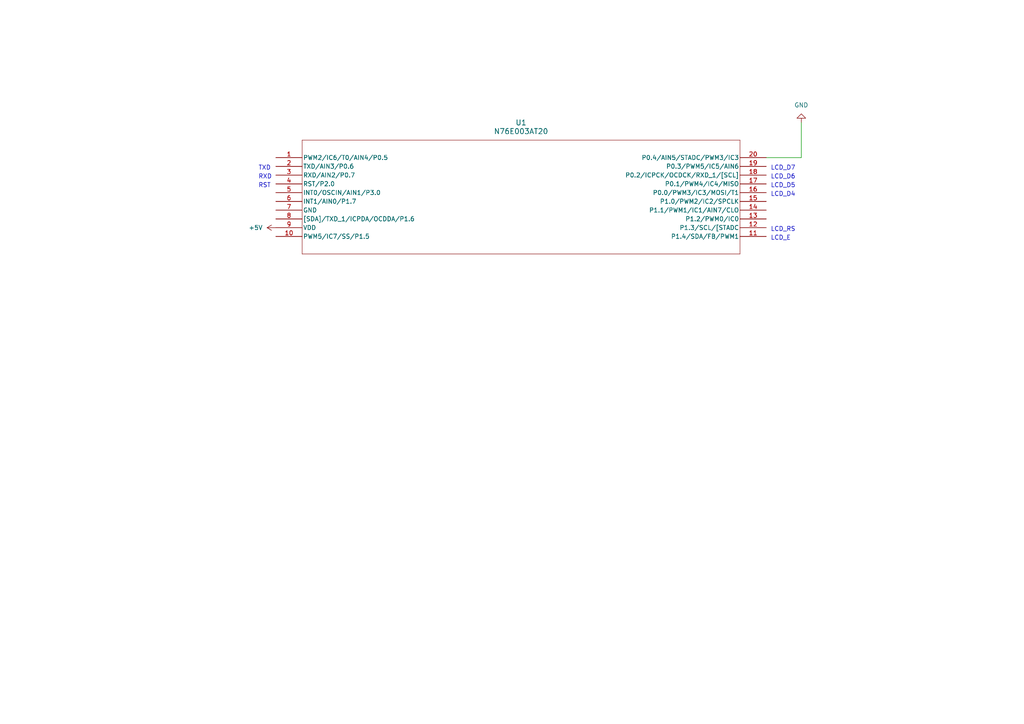
<source format=kicad_sch>
(kicad_sch (version 20230121) (generator eeschema)

  (uuid a87876bb-d8d4-44bf-8953-857cd4f785e7)

  (paper "A4")

  (lib_symbols
    (symbol "2024-02-08_23-03-43:N76E003AT20" (pin_names (offset 0.254)) (in_bom yes) (on_board yes)
      (property "Reference" "U" (at 71.12 10.16 0)
        (effects (font (size 1.524 1.524)))
      )
      (property "Value" "N76E003AT20" (at 71.12 7.62 0)
        (effects (font (size 1.524 1.524)))
      )
      (property "Footprint" "TSSOP20_N76E_NUV" (at 0 0 0)
        (effects (font (size 1.27 1.27) italic) hide)
      )
      (property "Datasheet" "N76E003AT20" (at 0 0 0)
        (effects (font (size 1.27 1.27) italic) hide)
      )
      (property "ki_locked" "" (at 0 0 0)
        (effects (font (size 1.27 1.27)))
      )
      (property "ki_keywords" "N76E003AT20" (at 0 0 0)
        (effects (font (size 1.27 1.27)) hide)
      )
      (property "ki_fp_filters" "TSSOP20_N76E_NUV TSSOP20_N76E_NUV-M TSSOP20_N76E_NUV-L" (at 0 0 0)
        (effects (font (size 1.27 1.27)) hide)
      )
      (symbol "N76E003AT20_0_1"
        (polyline
          (pts
            (xy 7.62 -27.94)
            (xy 134.62 -27.94)
          )
          (stroke (width 0.127) (type default))
          (fill (type none))
        )
        (polyline
          (pts
            (xy 7.62 5.08)
            (xy 7.62 -27.94)
          )
          (stroke (width 0.127) (type default))
          (fill (type none))
        )
        (polyline
          (pts
            (xy 134.62 -27.94)
            (xy 134.62 5.08)
          )
          (stroke (width 0.127) (type default))
          (fill (type none))
        )
        (polyline
          (pts
            (xy 134.62 5.08)
            (xy 7.62 5.08)
          )
          (stroke (width 0.127) (type default))
          (fill (type none))
        )
        (pin bidirectional line (at 0 0 0) (length 7.62)
          (name "PWM2/IC6/T0/AIN4/P0.5" (effects (font (size 1.27 1.27))))
          (number "1" (effects (font (size 1.27 1.27))))
        )
        (pin bidirectional line (at 0 -22.86 0) (length 7.62)
          (name "PWM5/IC7/SS/P1.5" (effects (font (size 1.27 1.27))))
          (number "10" (effects (font (size 1.27 1.27))))
        )
        (pin bidirectional line (at 142.24 -22.86 180) (length 7.62)
          (name "P1.4/SDA/FB/PWM1" (effects (font (size 1.27 1.27))))
          (number "11" (effects (font (size 1.27 1.27))))
        )
        (pin bidirectional line (at 142.24 -20.32 180) (length 7.62)
          (name "P1.3/SCL/[STADC" (effects (font (size 1.27 1.27))))
          (number "12" (effects (font (size 1.27 1.27))))
        )
        (pin bidirectional line (at 142.24 -17.78 180) (length 7.62)
          (name "P1.2/PWM0/IC0" (effects (font (size 1.27 1.27))))
          (number "13" (effects (font (size 1.27 1.27))))
        )
        (pin bidirectional line (at 142.24 -15.24 180) (length 7.62)
          (name "P1.1/PWM1/IC1/AIN7/CLO" (effects (font (size 1.27 1.27))))
          (number "14" (effects (font (size 1.27 1.27))))
        )
        (pin bidirectional line (at 142.24 -12.7 180) (length 7.62)
          (name "P1.0/PWM2/IC2/SPCLK" (effects (font (size 1.27 1.27))))
          (number "15" (effects (font (size 1.27 1.27))))
        )
        (pin bidirectional line (at 142.24 -10.16 180) (length 7.62)
          (name "P0.0/PWM3/IC3/MOSI/T1" (effects (font (size 1.27 1.27))))
          (number "16" (effects (font (size 1.27 1.27))))
        )
        (pin bidirectional line (at 142.24 -7.62 180) (length 7.62)
          (name "P0.1/PWM4/IC4/MISO" (effects (font (size 1.27 1.27))))
          (number "17" (effects (font (size 1.27 1.27))))
        )
        (pin bidirectional line (at 142.24 -5.08 180) (length 7.62)
          (name "P0.2/ICPCK/OCDCK/RXD_1/[SCL]" (effects (font (size 1.27 1.27))))
          (number "18" (effects (font (size 1.27 1.27))))
        )
        (pin bidirectional line (at 142.24 -2.54 180) (length 7.62)
          (name "P0.3/PWM5/IC5/AIN6" (effects (font (size 1.27 1.27))))
          (number "19" (effects (font (size 1.27 1.27))))
        )
        (pin bidirectional line (at 0 -2.54 0) (length 7.62)
          (name "TXD/AIN3/P0.6" (effects (font (size 1.27 1.27))))
          (number "2" (effects (font (size 1.27 1.27))))
        )
        (pin bidirectional line (at 142.24 0 180) (length 7.62)
          (name "P0.4/AIN5/STADC/PWM3/IC3" (effects (font (size 1.27 1.27))))
          (number "20" (effects (font (size 1.27 1.27))))
        )
        (pin bidirectional line (at 0 -5.08 0) (length 7.62)
          (name "RXD/AIN2/P0.7" (effects (font (size 1.27 1.27))))
          (number "3" (effects (font (size 1.27 1.27))))
        )
        (pin bidirectional line (at 0 -7.62 0) (length 7.62)
          (name "RST/P2.0" (effects (font (size 1.27 1.27))))
          (number "4" (effects (font (size 1.27 1.27))))
        )
        (pin bidirectional line (at 0 -10.16 0) (length 7.62)
          (name "INT0/OSCIN/AIN1/P3.0" (effects (font (size 1.27 1.27))))
          (number "5" (effects (font (size 1.27 1.27))))
        )
        (pin bidirectional line (at 0 -12.7 0) (length 7.62)
          (name "INT1/AIN0/P1.7" (effects (font (size 1.27 1.27))))
          (number "6" (effects (font (size 1.27 1.27))))
        )
        (pin power_out line (at 0 -15.24 0) (length 7.62)
          (name "GND" (effects (font (size 1.27 1.27))))
          (number "7" (effects (font (size 1.27 1.27))))
        )
        (pin bidirectional line (at 0 -17.78 0) (length 7.62)
          (name "[SDA]/TXD_1/ICPDA/OCDDA/P1.6" (effects (font (size 1.27 1.27))))
          (number "8" (effects (font (size 1.27 1.27))))
        )
        (pin power_in line (at 0 -20.32 0) (length 7.62)
          (name "VDD" (effects (font (size 1.27 1.27))))
          (number "9" (effects (font (size 1.27 1.27))))
        )
      )
    )
    (symbol "power:+5V" (power) (pin_names (offset 0)) (in_bom yes) (on_board yes)
      (property "Reference" "#PWR" (at 0 -3.81 0)
        (effects (font (size 1.27 1.27)) hide)
      )
      (property "Value" "+5V" (at 0 3.556 0)
        (effects (font (size 1.27 1.27)))
      )
      (property "Footprint" "" (at 0 0 0)
        (effects (font (size 1.27 1.27)) hide)
      )
      (property "Datasheet" "" (at 0 0 0)
        (effects (font (size 1.27 1.27)) hide)
      )
      (property "ki_keywords" "global power" (at 0 0 0)
        (effects (font (size 1.27 1.27)) hide)
      )
      (property "ki_description" "Power symbol creates a global label with name \"+5V\"" (at 0 0 0)
        (effects (font (size 1.27 1.27)) hide)
      )
      (symbol "+5V_0_1"
        (polyline
          (pts
            (xy -0.762 1.27)
            (xy 0 2.54)
          )
          (stroke (width 0) (type default))
          (fill (type none))
        )
        (polyline
          (pts
            (xy 0 0)
            (xy 0 2.54)
          )
          (stroke (width 0) (type default))
          (fill (type none))
        )
        (polyline
          (pts
            (xy 0 2.54)
            (xy 0.762 1.27)
          )
          (stroke (width 0) (type default))
          (fill (type none))
        )
      )
      (symbol "+5V_1_1"
        (pin power_in line (at 0 0 90) (length 0) hide
          (name "+5V" (effects (font (size 1.27 1.27))))
          (number "1" (effects (font (size 1.27 1.27))))
        )
      )
    )
    (symbol "power:GND" (power) (pin_names (offset 0)) (in_bom yes) (on_board yes)
      (property "Reference" "#PWR" (at 0 -6.35 0)
        (effects (font (size 1.27 1.27)) hide)
      )
      (property "Value" "GND" (at 0 -3.81 0)
        (effects (font (size 1.27 1.27)))
      )
      (property "Footprint" "" (at 0 0 0)
        (effects (font (size 1.27 1.27)) hide)
      )
      (property "Datasheet" "" (at 0 0 0)
        (effects (font (size 1.27 1.27)) hide)
      )
      (property "ki_keywords" "global power" (at 0 0 0)
        (effects (font (size 1.27 1.27)) hide)
      )
      (property "ki_description" "Power symbol creates a global label with name \"GND\" , ground" (at 0 0 0)
        (effects (font (size 1.27 1.27)) hide)
      )
      (symbol "GND_0_1"
        (polyline
          (pts
            (xy 0 0)
            (xy 0 -1.27)
            (xy 1.27 -1.27)
            (xy 0 -2.54)
            (xy -1.27 -1.27)
            (xy 0 -1.27)
          )
          (stroke (width 0) (type default))
          (fill (type none))
        )
      )
      (symbol "GND_1_1"
        (pin power_in line (at 0 0 270) (length 0) hide
          (name "GND" (effects (font (size 1.27 1.27))))
          (number "1" (effects (font (size 1.27 1.27))))
        )
      )
    )
  )


  (wire (pts (xy 232.41 35.56) (xy 232.41 45.72))
    (stroke (width 0) (type default))
    (uuid 05c04fd6-702c-48c0-99aa-2776e81305c0)
  )
  (wire (pts (xy 222.25 45.72) (xy 232.41 45.72))
    (stroke (width 0) (type default))
    (uuid 55500ed1-a5cb-4745-ae45-22c9d5e652ef)
  )

  (text "RXD" (at 74.93 52.07 0)
    (effects (font (size 1.27 1.27)) (justify left bottom))
    (uuid 0cab3bbe-e553-44a0-8bfc-01a7692243d5)
  )
  (text "LCD_D6" (at 223.52 52.07 0)
    (effects (font (size 1.27 1.27)) (justify left bottom))
    (uuid 32c92a50-0b94-4e6d-a2f7-80ff67cb8d30)
  )
  (text "LCD_D7" (at 223.52 49.53 0)
    (effects (font (size 1.27 1.27)) (justify left bottom))
    (uuid 524ad890-a4cd-4eb9-b40c-5180c667c0e6)
  )
  (text "LCD_D4" (at 223.52 57.15 0)
    (effects (font (size 1.27 1.27)) (justify left bottom))
    (uuid 68825d1b-303a-4f5d-b682-9e787ac22fa7)
  )
  (text "LCD_RS" (at 223.52 67.31 0)
    (effects (font (size 1.27 1.27)) (justify left bottom))
    (uuid 726fa75c-4862-47a1-a0f8-69a3cb83f15f)
  )
  (text "RST" (at 74.93 54.61 0)
    (effects (font (size 1.27 1.27)) (justify left bottom))
    (uuid 7c1736d4-555d-4386-89ef-ee580c53582c)
  )
  (text "LCD_D5" (at 223.52 54.61 0)
    (effects (font (size 1.27 1.27)) (justify left bottom))
    (uuid b173e1c7-183e-40bf-8bb8-a2e7a2b4a76a)
  )
  (text "LCD_E" (at 223.52 69.85 0)
    (effects (font (size 1.27 1.27)) (justify left bottom))
    (uuid dc6b3f42-33eb-4988-856c-d2d35483bf5c)
  )
  (text "TXD" (at 74.93 49.53 0)
    (effects (font (size 1.27 1.27)) (justify left bottom))
    (uuid efe27fda-dda1-4232-bafc-ce887db0c76c)
  )

  (symbol (lib_id "power:GND") (at 232.41 35.56 180) (unit 1)
    (in_bom yes) (on_board yes) (dnp no) (fields_autoplaced)
    (uuid 40317170-5c27-4a9e-b1cf-c61cd87fa069)
    (property "Reference" "#PWR01" (at 232.41 29.21 0)
      (effects (font (size 1.27 1.27)) hide)
    )
    (property "Value" "GND" (at 232.41 30.48 0)
      (effects (font (size 1.27 1.27)))
    )
    (property "Footprint" "" (at 232.41 35.56 0)
      (effects (font (size 1.27 1.27)) hide)
    )
    (property "Datasheet" "" (at 232.41 35.56 0)
      (effects (font (size 1.27 1.27)) hide)
    )
    (pin "1" (uuid d9fc4fb4-9a5e-45da-ae4a-5d9d91718fcd))
    (instances
      (project "schem"
        (path "/a87876bb-d8d4-44bf-8953-857cd4f785e7"
          (reference "#PWR01") (unit 1)
        )
      )
    )
  )

  (symbol (lib_id "power:+5V") (at 80.01 66.04 90) (unit 1)
    (in_bom yes) (on_board yes) (dnp no) (fields_autoplaced)
    (uuid ceb92781-e456-4a18-8f00-b562b5b407f7)
    (property "Reference" "#PWR02" (at 83.82 66.04 0)
      (effects (font (size 1.27 1.27)) hide)
    )
    (property "Value" "+5V" (at 76.2 66.04 90)
      (effects (font (size 1.27 1.27)) (justify left))
    )
    (property "Footprint" "" (at 80.01 66.04 0)
      (effects (font (size 1.27 1.27)) hide)
    )
    (property "Datasheet" "" (at 80.01 66.04 0)
      (effects (font (size 1.27 1.27)) hide)
    )
    (pin "1" (uuid 1d381137-c364-4d59-905a-63c496e2fd0b))
    (instances
      (project "schem"
        (path "/a87876bb-d8d4-44bf-8953-857cd4f785e7"
          (reference "#PWR02") (unit 1)
        )
      )
    )
  )

  (symbol (lib_id "2024-02-08_23-03-43:N76E003AT20") (at 80.01 45.72 0) (unit 1)
    (in_bom yes) (on_board yes) (dnp no) (fields_autoplaced)
    (uuid ea807e83-07d4-4dad-a0fe-f9afbde0c4ef)
    (property "Reference" "U1" (at 151.13 35.56 0)
      (effects (font (size 1.524 1.524)))
    )
    (property "Value" "N76E003AT20" (at 151.13 38.1 0)
      (effects (font (size 1.524 1.524)))
    )
    (property "Footprint" "TSSOP20_N76E_NUV" (at 80.01 45.72 0)
      (effects (font (size 1.27 1.27) italic) hide)
    )
    (property "Datasheet" "N76E003AT20" (at 80.01 45.72 0)
      (effects (font (size 1.27 1.27) italic) hide)
    )
    (pin "11" (uuid ffe8af0a-722c-4db9-822d-9c8cb9b5c3d1))
    (pin "12" (uuid 880a7487-e025-4420-9e9b-319008c4f8de))
    (pin "14" (uuid a4ae0e04-6944-4478-8f1a-e98afa328f4c))
    (pin "15" (uuid fccc0990-1004-4fd9-b323-5f629a6230b5))
    (pin "16" (uuid d1fb26b5-6258-40c1-87f1-355ce00ec504))
    (pin "13" (uuid d4a5f28f-bbbd-4607-abe4-c18c7bceee9f))
    (pin "17" (uuid f0af0d05-380e-457c-bdae-01d89a8b9e84))
    (pin "2" (uuid 4bb6b714-69d5-47c3-9603-d7282292c790))
    (pin "5" (uuid d9954e5f-ecd8-4f65-90f8-5ef7ff7227e0))
    (pin "8" (uuid 6a6bd0b6-e102-4b4b-a18d-8184d24f46a7))
    (pin "9" (uuid a8d2ff9a-4286-4a22-9bfb-8c4141812c3c))
    (pin "19" (uuid 40202b3d-9d7e-4af1-8c79-b255a73f6625))
    (pin "3" (uuid b85d8c97-dece-4c8d-a3ea-4c750a0fc112))
    (pin "18" (uuid a39feef1-c950-4366-be78-b6e2843975a6))
    (pin "4" (uuid 53dc4279-e5e4-4562-9928-69220af43088))
    (pin "7" (uuid 9bdb5dc4-2bc6-422c-8344-6215c641177d))
    (pin "6" (uuid 55141e8d-9a2f-4c1f-aa7c-d55b4baea86c))
    (pin "20" (uuid 36d32951-06c4-41d1-ac51-0aedf37a8013))
    (pin "1" (uuid 10bbfdac-d32d-49b3-9b4a-59dd6dbbe692))
    (pin "10" (uuid 5207e11b-27cd-498b-8997-de514a1222a8))
    (instances
      (project "schem"
        (path "/a87876bb-d8d4-44bf-8953-857cd4f785e7"
          (reference "U1") (unit 1)
        )
      )
    )
  )

  (sheet_instances
    (path "/" (page "1"))
  )
)

</source>
